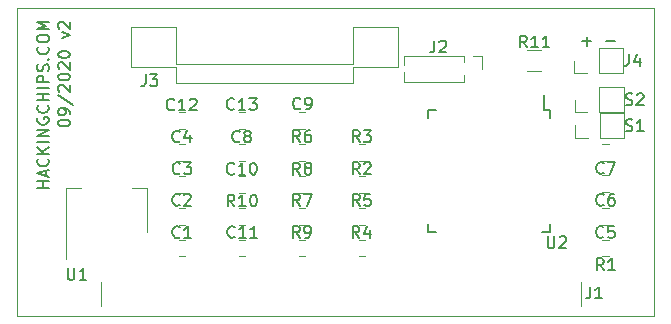
<source format=gto>
G04 #@! TF.GenerationSoftware,KiCad,Pcbnew,(5.1.6)-1*
G04 #@! TF.CreationDate,2020-10-07T22:12:15+02:00*
G04 #@! TF.ProjectId,PeugeoutTypeCDisplayHack,50657567-656f-4757-9454-797065434469,1*
G04 #@! TF.SameCoordinates,Original*
G04 #@! TF.FileFunction,Legend,Top*
G04 #@! TF.FilePolarity,Positive*
%FSLAX46Y46*%
G04 Gerber Fmt 4.6, Leading zero omitted, Abs format (unit mm)*
G04 Created by KiCad (PCBNEW (5.1.6)-1) date 2020-10-07 22:12:15*
%MOMM*%
%LPD*%
G01*
G04 APERTURE LIST*
%ADD10C,0.120000*%
%ADD11C,0.150000*%
G04 APERTURE END LIST*
D10*
X100000000Y-99000000D02*
X100000000Y-125000000D01*
D11*
X103516380Y-108743476D02*
X103516380Y-108648238D01*
X103564000Y-108553000D01*
X103611619Y-108505380D01*
X103706857Y-108457761D01*
X103897333Y-108410142D01*
X104135428Y-108410142D01*
X104325904Y-108457761D01*
X104421142Y-108505380D01*
X104468761Y-108553000D01*
X104516380Y-108648238D01*
X104516380Y-108743476D01*
X104468761Y-108838714D01*
X104421142Y-108886333D01*
X104325904Y-108933952D01*
X104135428Y-108981571D01*
X103897333Y-108981571D01*
X103706857Y-108933952D01*
X103611619Y-108886333D01*
X103564000Y-108838714D01*
X103516380Y-108743476D01*
X104516380Y-107933952D02*
X104516380Y-107743476D01*
X104468761Y-107648238D01*
X104421142Y-107600619D01*
X104278285Y-107505380D01*
X104087809Y-107457761D01*
X103706857Y-107457761D01*
X103611619Y-107505380D01*
X103564000Y-107553000D01*
X103516380Y-107648238D01*
X103516380Y-107838714D01*
X103564000Y-107933952D01*
X103611619Y-107981571D01*
X103706857Y-108029190D01*
X103944952Y-108029190D01*
X104040190Y-107981571D01*
X104087809Y-107933952D01*
X104135428Y-107838714D01*
X104135428Y-107648238D01*
X104087809Y-107553000D01*
X104040190Y-107505380D01*
X103944952Y-107457761D01*
X103468761Y-106314904D02*
X104754476Y-107172047D01*
X103611619Y-106029190D02*
X103564000Y-105981571D01*
X103516380Y-105886333D01*
X103516380Y-105648238D01*
X103564000Y-105553000D01*
X103611619Y-105505380D01*
X103706857Y-105457761D01*
X103802095Y-105457761D01*
X103944952Y-105505380D01*
X104516380Y-106076809D01*
X104516380Y-105457761D01*
X103516380Y-104838714D02*
X103516380Y-104743476D01*
X103564000Y-104648238D01*
X103611619Y-104600619D01*
X103706857Y-104553000D01*
X103897333Y-104505380D01*
X104135428Y-104505380D01*
X104325904Y-104553000D01*
X104421142Y-104600619D01*
X104468761Y-104648238D01*
X104516380Y-104743476D01*
X104516380Y-104838714D01*
X104468761Y-104933952D01*
X104421142Y-104981571D01*
X104325904Y-105029190D01*
X104135428Y-105076809D01*
X103897333Y-105076809D01*
X103706857Y-105029190D01*
X103611619Y-104981571D01*
X103564000Y-104933952D01*
X103516380Y-104838714D01*
X103611619Y-104124428D02*
X103564000Y-104076809D01*
X103516380Y-103981571D01*
X103516380Y-103743476D01*
X103564000Y-103648238D01*
X103611619Y-103600619D01*
X103706857Y-103553000D01*
X103802095Y-103553000D01*
X103944952Y-103600619D01*
X104516380Y-104172047D01*
X104516380Y-103553000D01*
X103516380Y-102933952D02*
X103516380Y-102838714D01*
X103564000Y-102743476D01*
X103611619Y-102695857D01*
X103706857Y-102648238D01*
X103897333Y-102600619D01*
X104135428Y-102600619D01*
X104325904Y-102648238D01*
X104421142Y-102695857D01*
X104468761Y-102743476D01*
X104516380Y-102838714D01*
X104516380Y-102933952D01*
X104468761Y-103029190D01*
X104421142Y-103076809D01*
X104325904Y-103124428D01*
X104135428Y-103172047D01*
X103897333Y-103172047D01*
X103706857Y-103124428D01*
X103611619Y-103076809D01*
X103564000Y-103029190D01*
X103516380Y-102933952D01*
X103849714Y-101505380D02*
X104516380Y-101267285D01*
X103849714Y-101029190D01*
X103611619Y-100695857D02*
X103564000Y-100648238D01*
X103516380Y-100553000D01*
X103516380Y-100314904D01*
X103564000Y-100219666D01*
X103611619Y-100172047D01*
X103706857Y-100124428D01*
X103802095Y-100124428D01*
X103944952Y-100172047D01*
X104516380Y-100743476D01*
X104516380Y-100124428D01*
X102738380Y-114204119D02*
X101738380Y-114204119D01*
X102214571Y-114204119D02*
X102214571Y-113632690D01*
X102738380Y-113632690D02*
X101738380Y-113632690D01*
X102452666Y-113204119D02*
X102452666Y-112727928D01*
X102738380Y-113299357D02*
X101738380Y-112966023D01*
X102738380Y-112632690D01*
X102643142Y-111727928D02*
X102690761Y-111775547D01*
X102738380Y-111918404D01*
X102738380Y-112013642D01*
X102690761Y-112156500D01*
X102595523Y-112251738D01*
X102500285Y-112299357D01*
X102309809Y-112346976D01*
X102166952Y-112346976D01*
X101976476Y-112299357D01*
X101881238Y-112251738D01*
X101786000Y-112156500D01*
X101738380Y-112013642D01*
X101738380Y-111918404D01*
X101786000Y-111775547D01*
X101833619Y-111727928D01*
X102738380Y-111299357D02*
X101738380Y-111299357D01*
X102738380Y-110727928D02*
X102166952Y-111156500D01*
X101738380Y-110727928D02*
X102309809Y-111299357D01*
X102738380Y-110299357D02*
X101738380Y-110299357D01*
X102738380Y-109823166D02*
X101738380Y-109823166D01*
X102738380Y-109251738D01*
X101738380Y-109251738D01*
X101786000Y-108251738D02*
X101738380Y-108346976D01*
X101738380Y-108489833D01*
X101786000Y-108632690D01*
X101881238Y-108727928D01*
X101976476Y-108775547D01*
X102166952Y-108823166D01*
X102309809Y-108823166D01*
X102500285Y-108775547D01*
X102595523Y-108727928D01*
X102690761Y-108632690D01*
X102738380Y-108489833D01*
X102738380Y-108394595D01*
X102690761Y-108251738D01*
X102643142Y-108204119D01*
X102309809Y-108204119D01*
X102309809Y-108394595D01*
X102643142Y-107204119D02*
X102690761Y-107251738D01*
X102738380Y-107394595D01*
X102738380Y-107489833D01*
X102690761Y-107632690D01*
X102595523Y-107727928D01*
X102500285Y-107775547D01*
X102309809Y-107823166D01*
X102166952Y-107823166D01*
X101976476Y-107775547D01*
X101881238Y-107727928D01*
X101786000Y-107632690D01*
X101738380Y-107489833D01*
X101738380Y-107394595D01*
X101786000Y-107251738D01*
X101833619Y-107204119D01*
X102738380Y-106775547D02*
X101738380Y-106775547D01*
X102214571Y-106775547D02*
X102214571Y-106204119D01*
X102738380Y-106204119D02*
X101738380Y-106204119D01*
X102738380Y-105727928D02*
X101738380Y-105727928D01*
X102738380Y-105251738D02*
X101738380Y-105251738D01*
X101738380Y-104870785D01*
X101786000Y-104775547D01*
X101833619Y-104727928D01*
X101928857Y-104680309D01*
X102071714Y-104680309D01*
X102166952Y-104727928D01*
X102214571Y-104775547D01*
X102262190Y-104870785D01*
X102262190Y-105251738D01*
X102690761Y-104299357D02*
X102738380Y-104156500D01*
X102738380Y-103918404D01*
X102690761Y-103823166D01*
X102643142Y-103775547D01*
X102547904Y-103727928D01*
X102452666Y-103727928D01*
X102357428Y-103775547D01*
X102309809Y-103823166D01*
X102262190Y-103918404D01*
X102214571Y-104108880D01*
X102166952Y-104204119D01*
X102119333Y-104251738D01*
X102024095Y-104299357D01*
X101928857Y-104299357D01*
X101833619Y-104251738D01*
X101786000Y-104204119D01*
X101738380Y-104108880D01*
X101738380Y-103870785D01*
X101786000Y-103727928D01*
X102643142Y-103299357D02*
X102690761Y-103251738D01*
X102738380Y-103299357D01*
X102690761Y-103346976D01*
X102643142Y-103299357D01*
X102738380Y-103299357D01*
X102643142Y-102251738D02*
X102690761Y-102299357D01*
X102738380Y-102442214D01*
X102738380Y-102537452D01*
X102690761Y-102680309D01*
X102595523Y-102775547D01*
X102500285Y-102823166D01*
X102309809Y-102870785D01*
X102166952Y-102870785D01*
X101976476Y-102823166D01*
X101881238Y-102775547D01*
X101786000Y-102680309D01*
X101738380Y-102537452D01*
X101738380Y-102442214D01*
X101786000Y-102299357D01*
X101833619Y-102251738D01*
X101738380Y-101632690D02*
X101738380Y-101442214D01*
X101786000Y-101346976D01*
X101881238Y-101251738D01*
X102071714Y-101204119D01*
X102405047Y-101204119D01*
X102595523Y-101251738D01*
X102690761Y-101346976D01*
X102738380Y-101442214D01*
X102738380Y-101632690D01*
X102690761Y-101727928D01*
X102595523Y-101823166D01*
X102405047Y-101870785D01*
X102071714Y-101870785D01*
X101881238Y-101823166D01*
X101786000Y-101727928D01*
X101738380Y-101632690D01*
X102738380Y-100775547D02*
X101738380Y-100775547D01*
X102452666Y-100442214D01*
X101738380Y-100108880D01*
X102738380Y-100108880D01*
X149911047Y-101766928D02*
X150672952Y-101766928D01*
X147879047Y-101766928D02*
X148640952Y-101766928D01*
X148260000Y-102147880D02*
X148260000Y-101385976D01*
D10*
X100000000Y-125000000D02*
X154000000Y-125000000D01*
X154000000Y-99000000D02*
X154000000Y-125000000D01*
X100000000Y-99000000D02*
X154000000Y-99000000D01*
X128500000Y-105307000D02*
X113500000Y-105307000D01*
X128500000Y-103697000D02*
X113500000Y-103697000D01*
X128500000Y-103697000D02*
X128500000Y-100557000D01*
X113500000Y-103697000D02*
X113500000Y-100557000D01*
X128500000Y-100557000D02*
X132300000Y-100557000D01*
X113500000Y-100557000D02*
X109700000Y-100557000D01*
X132300000Y-100557000D02*
X132300000Y-103917000D01*
X109700000Y-100557000D02*
X109700000Y-103917000D01*
X132300000Y-103917000D02*
X128500000Y-103917000D01*
X109700000Y-103917000D02*
X113500000Y-103917000D01*
X128500000Y-103917000D02*
X128500000Y-105307000D01*
X113500000Y-103917000D02*
X113500000Y-105307000D01*
X147263500Y-107772000D02*
X147263500Y-106712000D01*
X148323500Y-107772000D02*
X147263500Y-107772000D01*
X149323500Y-107772000D02*
X149323500Y-105652000D01*
X149323500Y-105652000D02*
X151383500Y-105652000D01*
X149323500Y-107772000D02*
X151383500Y-107772000D01*
X151383500Y-107772000D02*
X151383500Y-105652000D01*
X147295500Y-109931000D02*
X147295500Y-108871000D01*
X148355500Y-109931000D02*
X147295500Y-109931000D01*
X149355500Y-109931000D02*
X149355500Y-107811000D01*
X149355500Y-107811000D02*
X151415500Y-107811000D01*
X149355500Y-109931000D02*
X151415500Y-109931000D01*
X151415500Y-109931000D02*
X151415500Y-107811000D01*
X144417064Y-102500000D02*
X143212936Y-102500000D01*
X144417064Y-104320000D02*
X143212936Y-104320000D01*
X151320000Y-104470000D02*
X151320000Y-102350000D01*
X149260000Y-104470000D02*
X151320000Y-104470000D01*
X149260000Y-102350000D02*
X151320000Y-102350000D01*
X149260000Y-104470000D02*
X149260000Y-102350000D01*
X148260000Y-104470000D02*
X147200000Y-104470000D01*
X147200000Y-104470000D02*
X147200000Y-103410000D01*
X150108752Y-118575000D02*
X149586248Y-118575000D01*
X150108752Y-119995000D02*
X149586248Y-119995000D01*
X132833000Y-102998500D02*
X132833000Y-103800970D01*
X132833000Y-104416030D02*
X132833000Y-105218500D01*
X137848000Y-102998500D02*
X132833000Y-102998500D01*
X137848000Y-105218500D02*
X132833000Y-105218500D01*
X137848000Y-102998500D02*
X137848000Y-103545029D01*
X137848000Y-104671971D02*
X137848000Y-105218500D01*
X138608000Y-102998500D02*
X139368000Y-102998500D01*
X139368000Y-102998500D02*
X139368000Y-104108500D01*
X119311252Y-115876250D02*
X118788748Y-115876250D01*
X119311252Y-117296250D02*
X118788748Y-117296250D01*
X123868748Y-119995000D02*
X124391252Y-119995000D01*
X123868748Y-118575000D02*
X124391252Y-118575000D01*
X123868748Y-114597500D02*
X124391252Y-114597500D01*
X123868748Y-113177500D02*
X124391252Y-113177500D01*
X123868748Y-117296250D02*
X124391252Y-117296250D01*
X123868748Y-115876250D02*
X124391252Y-115876250D01*
X123868748Y-111898750D02*
X124391252Y-111898750D01*
X123868748Y-110478750D02*
X124391252Y-110478750D01*
X128948748Y-117296250D02*
X129471252Y-117296250D01*
X128948748Y-115876250D02*
X129471252Y-115876250D01*
X128948748Y-119995000D02*
X129471252Y-119995000D01*
X128948748Y-118575000D02*
X129471252Y-118575000D01*
X128948748Y-111898750D02*
X129471252Y-111898750D01*
X128948748Y-110478750D02*
X129471252Y-110478750D01*
X128948748Y-114597500D02*
X129471252Y-114597500D01*
X128948748Y-113177500D02*
X129471252Y-113177500D01*
X119311252Y-107780000D02*
X118788748Y-107780000D01*
X119311252Y-109200000D02*
X118788748Y-109200000D01*
X114231252Y-107780000D02*
X113708748Y-107780000D01*
X114231252Y-109200000D02*
X113708748Y-109200000D01*
X119311252Y-118575000D02*
X118788748Y-118575000D01*
X119311252Y-119995000D02*
X118788748Y-119995000D01*
X119311252Y-113177500D02*
X118788748Y-113177500D01*
X119311252Y-114597500D02*
X118788748Y-114597500D01*
X123868748Y-109200000D02*
X124391252Y-109200000D01*
X123868748Y-107780000D02*
X124391252Y-107780000D01*
X119311252Y-110478750D02*
X118788748Y-110478750D01*
X119311252Y-111898750D02*
X118788748Y-111898750D01*
X150108752Y-110510500D02*
X149586248Y-110510500D01*
X150108752Y-111930500D02*
X149586248Y-111930500D01*
X150108752Y-113114000D02*
X149586248Y-113114000D01*
X150108752Y-114534000D02*
X149586248Y-114534000D01*
X149586248Y-117296250D02*
X150108752Y-117296250D01*
X149586248Y-115876250D02*
X150108752Y-115876250D01*
X113708748Y-111898750D02*
X114231252Y-111898750D01*
X113708748Y-110478750D02*
X114231252Y-110478750D01*
X113708748Y-114597500D02*
X114231252Y-114597500D01*
X113708748Y-113177500D02*
X114231252Y-113177500D01*
X113708748Y-117296250D02*
X114231252Y-117296250D01*
X113708748Y-115876250D02*
X114231252Y-115876250D01*
X113708748Y-119995000D02*
X114231252Y-119995000D01*
X113708748Y-118575000D02*
X114231252Y-118575000D01*
X104210000Y-120210000D02*
X104210000Y-114200000D01*
X111030000Y-117960000D02*
X111030000Y-114200000D01*
X104210000Y-114200000D02*
X105470000Y-114200000D01*
X111030000Y-114200000D02*
X109770000Y-114200000D01*
X147820000Y-122190000D02*
X147820000Y-124190000D01*
X107180000Y-124190000D02*
X107180000Y-122190000D01*
D11*
X144605000Y-107569500D02*
X144605000Y-106294500D01*
X145180000Y-117919500D02*
X145180000Y-117244500D01*
X134830000Y-117919500D02*
X134830000Y-117244500D01*
X134830000Y-107569500D02*
X134830000Y-108244500D01*
X145180000Y-107569500D02*
X145180000Y-108244500D01*
X134830000Y-107569500D02*
X135505000Y-107569500D01*
X134830000Y-117919500D02*
X135505000Y-117919500D01*
X145180000Y-117919500D02*
X144505000Y-117919500D01*
X145180000Y-107569500D02*
X144605000Y-107569500D01*
X110906166Y-104576880D02*
X110906166Y-105291166D01*
X110858547Y-105434023D01*
X110763309Y-105529261D01*
X110620452Y-105576880D01*
X110525214Y-105576880D01*
X111287119Y-104576880D02*
X111906166Y-104576880D01*
X111572833Y-104957833D01*
X111715690Y-104957833D01*
X111810928Y-105005452D01*
X111858547Y-105053071D01*
X111906166Y-105148309D01*
X111906166Y-105386404D01*
X111858547Y-105481642D01*
X111810928Y-105529261D01*
X111715690Y-105576880D01*
X111429976Y-105576880D01*
X111334738Y-105529261D01*
X111287119Y-105481642D01*
X151562095Y-107142161D02*
X151704952Y-107189780D01*
X151943047Y-107189780D01*
X152038285Y-107142161D01*
X152085904Y-107094542D01*
X152133523Y-106999304D01*
X152133523Y-106904066D01*
X152085904Y-106808828D01*
X152038285Y-106761209D01*
X151943047Y-106713590D01*
X151752571Y-106665971D01*
X151657333Y-106618352D01*
X151609714Y-106570733D01*
X151562095Y-106475495D01*
X151562095Y-106380257D01*
X151609714Y-106285019D01*
X151657333Y-106237400D01*
X151752571Y-106189780D01*
X151990666Y-106189780D01*
X152133523Y-106237400D01*
X152514476Y-106285019D02*
X152562095Y-106237400D01*
X152657333Y-106189780D01*
X152895428Y-106189780D01*
X152990666Y-106237400D01*
X153038285Y-106285019D01*
X153085904Y-106380257D01*
X153085904Y-106475495D01*
X153038285Y-106618352D01*
X152466857Y-107189780D01*
X153085904Y-107189780D01*
X151562095Y-109339261D02*
X151704952Y-109386880D01*
X151943047Y-109386880D01*
X152038285Y-109339261D01*
X152085904Y-109291642D01*
X152133523Y-109196404D01*
X152133523Y-109101166D01*
X152085904Y-109005928D01*
X152038285Y-108958309D01*
X151943047Y-108910690D01*
X151752571Y-108863071D01*
X151657333Y-108815452D01*
X151609714Y-108767833D01*
X151562095Y-108672595D01*
X151562095Y-108577357D01*
X151609714Y-108482119D01*
X151657333Y-108434500D01*
X151752571Y-108386880D01*
X151990666Y-108386880D01*
X152133523Y-108434500D01*
X153085904Y-109386880D02*
X152514476Y-109386880D01*
X152800190Y-109386880D02*
X152800190Y-108386880D01*
X152704952Y-108529738D01*
X152609714Y-108624976D01*
X152514476Y-108672595D01*
X143197542Y-102287580D02*
X142864209Y-101811390D01*
X142626114Y-102287580D02*
X142626114Y-101287580D01*
X143007066Y-101287580D01*
X143102304Y-101335200D01*
X143149923Y-101382819D01*
X143197542Y-101478057D01*
X143197542Y-101620914D01*
X143149923Y-101716152D01*
X143102304Y-101763771D01*
X143007066Y-101811390D01*
X142626114Y-101811390D01*
X144149923Y-102287580D02*
X143578495Y-102287580D01*
X143864209Y-102287580D02*
X143864209Y-101287580D01*
X143768971Y-101430438D01*
X143673733Y-101525676D01*
X143578495Y-101573295D01*
X145102304Y-102287580D02*
X144530876Y-102287580D01*
X144816590Y-102287580D02*
X144816590Y-101287580D01*
X144721352Y-101430438D01*
X144626114Y-101525676D01*
X144530876Y-101573295D01*
X151838266Y-102862380D02*
X151838266Y-103576666D01*
X151790647Y-103719523D01*
X151695409Y-103814761D01*
X151552552Y-103862380D01*
X151457314Y-103862380D01*
X152743028Y-103195714D02*
X152743028Y-103862380D01*
X152504933Y-102814761D02*
X152266838Y-103529047D01*
X152885885Y-103529047D01*
X149693533Y-121159780D02*
X149360200Y-120683590D01*
X149122104Y-121159780D02*
X149122104Y-120159780D01*
X149503057Y-120159780D01*
X149598295Y-120207400D01*
X149645914Y-120255019D01*
X149693533Y-120350257D01*
X149693533Y-120493114D01*
X149645914Y-120588352D01*
X149598295Y-120635971D01*
X149503057Y-120683590D01*
X149122104Y-120683590D01*
X150645914Y-121159780D02*
X150074485Y-121159780D01*
X150360200Y-121159780D02*
X150360200Y-120159780D01*
X150264961Y-120302638D01*
X150169723Y-120397876D01*
X150074485Y-120445495D01*
X135353666Y-101719380D02*
X135353666Y-102433666D01*
X135306047Y-102576523D01*
X135210809Y-102671761D01*
X135067952Y-102719380D01*
X134972714Y-102719380D01*
X135782238Y-101814619D02*
X135829857Y-101767000D01*
X135925095Y-101719380D01*
X136163190Y-101719380D01*
X136258428Y-101767000D01*
X136306047Y-101814619D01*
X136353666Y-101909857D01*
X136353666Y-102005095D01*
X136306047Y-102147952D01*
X135734619Y-102719380D01*
X136353666Y-102719380D01*
X118432542Y-115749580D02*
X118099209Y-115273390D01*
X117861114Y-115749580D02*
X117861114Y-114749580D01*
X118242066Y-114749580D01*
X118337304Y-114797200D01*
X118384923Y-114844819D01*
X118432542Y-114940057D01*
X118432542Y-115082914D01*
X118384923Y-115178152D01*
X118337304Y-115225771D01*
X118242066Y-115273390D01*
X117861114Y-115273390D01*
X119384923Y-115749580D02*
X118813495Y-115749580D01*
X119099209Y-115749580D02*
X119099209Y-114749580D01*
X119003971Y-114892438D01*
X118908733Y-114987676D01*
X118813495Y-115035295D01*
X120003971Y-114749580D02*
X120099209Y-114749580D01*
X120194447Y-114797200D01*
X120242066Y-114844819D01*
X120289685Y-114940057D01*
X120337304Y-115130533D01*
X120337304Y-115368628D01*
X120289685Y-115559104D01*
X120242066Y-115654342D01*
X120194447Y-115701961D01*
X120099209Y-115749580D01*
X120003971Y-115749580D01*
X119908733Y-115701961D01*
X119861114Y-115654342D01*
X119813495Y-115559104D01*
X119765876Y-115368628D01*
X119765876Y-115130533D01*
X119813495Y-114940057D01*
X119861114Y-114844819D01*
X119908733Y-114797200D01*
X120003971Y-114749580D01*
X123963333Y-118416580D02*
X123630000Y-117940390D01*
X123391904Y-118416580D02*
X123391904Y-117416580D01*
X123772857Y-117416580D01*
X123868095Y-117464200D01*
X123915714Y-117511819D01*
X123963333Y-117607057D01*
X123963333Y-117749914D01*
X123915714Y-117845152D01*
X123868095Y-117892771D01*
X123772857Y-117940390D01*
X123391904Y-117940390D01*
X124439523Y-118416580D02*
X124630000Y-118416580D01*
X124725238Y-118368961D01*
X124772857Y-118321342D01*
X124868095Y-118178485D01*
X124915714Y-117988009D01*
X124915714Y-117607057D01*
X124868095Y-117511819D01*
X124820476Y-117464200D01*
X124725238Y-117416580D01*
X124534761Y-117416580D01*
X124439523Y-117464200D01*
X124391904Y-117511819D01*
X124344285Y-117607057D01*
X124344285Y-117845152D01*
X124391904Y-117940390D01*
X124439523Y-117988009D01*
X124534761Y-118035628D01*
X124725238Y-118035628D01*
X124820476Y-117988009D01*
X124868095Y-117940390D01*
X124915714Y-117845152D01*
X123988733Y-113057180D02*
X123655400Y-112580990D01*
X123417304Y-113057180D02*
X123417304Y-112057180D01*
X123798257Y-112057180D01*
X123893495Y-112104800D01*
X123941114Y-112152419D01*
X123988733Y-112247657D01*
X123988733Y-112390514D01*
X123941114Y-112485752D01*
X123893495Y-112533371D01*
X123798257Y-112580990D01*
X123417304Y-112580990D01*
X124560161Y-112485752D02*
X124464923Y-112438133D01*
X124417304Y-112390514D01*
X124369685Y-112295276D01*
X124369685Y-112247657D01*
X124417304Y-112152419D01*
X124464923Y-112104800D01*
X124560161Y-112057180D01*
X124750638Y-112057180D01*
X124845876Y-112104800D01*
X124893495Y-112152419D01*
X124941114Y-112247657D01*
X124941114Y-112295276D01*
X124893495Y-112390514D01*
X124845876Y-112438133D01*
X124750638Y-112485752D01*
X124560161Y-112485752D01*
X124464923Y-112533371D01*
X124417304Y-112580990D01*
X124369685Y-112676228D01*
X124369685Y-112866704D01*
X124417304Y-112961942D01*
X124464923Y-113009561D01*
X124560161Y-113057180D01*
X124750638Y-113057180D01*
X124845876Y-113009561D01*
X124893495Y-112961942D01*
X124941114Y-112866704D01*
X124941114Y-112676228D01*
X124893495Y-112580990D01*
X124845876Y-112533371D01*
X124750638Y-112485752D01*
X123988733Y-115724180D02*
X123655400Y-115247990D01*
X123417304Y-115724180D02*
X123417304Y-114724180D01*
X123798257Y-114724180D01*
X123893495Y-114771800D01*
X123941114Y-114819419D01*
X123988733Y-114914657D01*
X123988733Y-115057514D01*
X123941114Y-115152752D01*
X123893495Y-115200371D01*
X123798257Y-115247990D01*
X123417304Y-115247990D01*
X124322066Y-114724180D02*
X124988733Y-114724180D01*
X124560161Y-115724180D01*
X123988733Y-110313980D02*
X123655400Y-109837790D01*
X123417304Y-110313980D02*
X123417304Y-109313980D01*
X123798257Y-109313980D01*
X123893495Y-109361600D01*
X123941114Y-109409219D01*
X123988733Y-109504457D01*
X123988733Y-109647314D01*
X123941114Y-109742552D01*
X123893495Y-109790171D01*
X123798257Y-109837790D01*
X123417304Y-109837790D01*
X124845876Y-109313980D02*
X124655400Y-109313980D01*
X124560161Y-109361600D01*
X124512542Y-109409219D01*
X124417304Y-109552076D01*
X124369685Y-109742552D01*
X124369685Y-110123504D01*
X124417304Y-110218742D01*
X124464923Y-110266361D01*
X124560161Y-110313980D01*
X124750638Y-110313980D01*
X124845876Y-110266361D01*
X124893495Y-110218742D01*
X124941114Y-110123504D01*
X124941114Y-109885409D01*
X124893495Y-109790171D01*
X124845876Y-109742552D01*
X124750638Y-109694933D01*
X124560161Y-109694933D01*
X124464923Y-109742552D01*
X124417304Y-109790171D01*
X124369685Y-109885409D01*
X129043333Y-115724180D02*
X128710000Y-115247990D01*
X128471904Y-115724180D02*
X128471904Y-114724180D01*
X128852857Y-114724180D01*
X128948095Y-114771800D01*
X128995714Y-114819419D01*
X129043333Y-114914657D01*
X129043333Y-115057514D01*
X128995714Y-115152752D01*
X128948095Y-115200371D01*
X128852857Y-115247990D01*
X128471904Y-115247990D01*
X129948095Y-114724180D02*
X129471904Y-114724180D01*
X129424285Y-115200371D01*
X129471904Y-115152752D01*
X129567142Y-115105133D01*
X129805238Y-115105133D01*
X129900476Y-115152752D01*
X129948095Y-115200371D01*
X129995714Y-115295609D01*
X129995714Y-115533704D01*
X129948095Y-115628942D01*
X129900476Y-115676561D01*
X129805238Y-115724180D01*
X129567142Y-115724180D01*
X129471904Y-115676561D01*
X129424285Y-115628942D01*
X129017933Y-118441980D02*
X128684600Y-117965790D01*
X128446504Y-118441980D02*
X128446504Y-117441980D01*
X128827457Y-117441980D01*
X128922695Y-117489600D01*
X128970314Y-117537219D01*
X129017933Y-117632457D01*
X129017933Y-117775314D01*
X128970314Y-117870552D01*
X128922695Y-117918171D01*
X128827457Y-117965790D01*
X128446504Y-117965790D01*
X129875076Y-117775314D02*
X129875076Y-118441980D01*
X129636980Y-117394361D02*
X129398885Y-118108647D01*
X130017933Y-118108647D01*
X129043333Y-110313980D02*
X128710000Y-109837790D01*
X128471904Y-110313980D02*
X128471904Y-109313980D01*
X128852857Y-109313980D01*
X128948095Y-109361600D01*
X128995714Y-109409219D01*
X129043333Y-109504457D01*
X129043333Y-109647314D01*
X128995714Y-109742552D01*
X128948095Y-109790171D01*
X128852857Y-109837790D01*
X128471904Y-109837790D01*
X129376666Y-109313980D02*
X129995714Y-109313980D01*
X129662380Y-109694933D01*
X129805238Y-109694933D01*
X129900476Y-109742552D01*
X129948095Y-109790171D01*
X129995714Y-109885409D01*
X129995714Y-110123504D01*
X129948095Y-110218742D01*
X129900476Y-110266361D01*
X129805238Y-110313980D01*
X129519523Y-110313980D01*
X129424285Y-110266361D01*
X129376666Y-110218742D01*
X129043333Y-113031780D02*
X128710000Y-112555590D01*
X128471904Y-113031780D02*
X128471904Y-112031780D01*
X128852857Y-112031780D01*
X128948095Y-112079400D01*
X128995714Y-112127019D01*
X129043333Y-112222257D01*
X129043333Y-112365114D01*
X128995714Y-112460352D01*
X128948095Y-112507971D01*
X128852857Y-112555590D01*
X128471904Y-112555590D01*
X129424285Y-112127019D02*
X129471904Y-112079400D01*
X129567142Y-112031780D01*
X129805238Y-112031780D01*
X129900476Y-112079400D01*
X129948095Y-112127019D01*
X129995714Y-112222257D01*
X129995714Y-112317495D01*
X129948095Y-112460352D01*
X129376666Y-113031780D01*
X129995714Y-113031780D01*
X118407142Y-107500942D02*
X118359523Y-107548561D01*
X118216666Y-107596180D01*
X118121428Y-107596180D01*
X117978571Y-107548561D01*
X117883333Y-107453323D01*
X117835714Y-107358085D01*
X117788095Y-107167609D01*
X117788095Y-107024752D01*
X117835714Y-106834276D01*
X117883333Y-106739038D01*
X117978571Y-106643800D01*
X118121428Y-106596180D01*
X118216666Y-106596180D01*
X118359523Y-106643800D01*
X118407142Y-106691419D01*
X119359523Y-107596180D02*
X118788095Y-107596180D01*
X119073809Y-107596180D02*
X119073809Y-106596180D01*
X118978571Y-106739038D01*
X118883333Y-106834276D01*
X118788095Y-106881895D01*
X119692857Y-106596180D02*
X120311904Y-106596180D01*
X119978571Y-106977133D01*
X120121428Y-106977133D01*
X120216666Y-107024752D01*
X120264285Y-107072371D01*
X120311904Y-107167609D01*
X120311904Y-107405704D01*
X120264285Y-107500942D01*
X120216666Y-107548561D01*
X120121428Y-107596180D01*
X119835714Y-107596180D01*
X119740476Y-107548561D01*
X119692857Y-107500942D01*
X113327142Y-107526342D02*
X113279523Y-107573961D01*
X113136666Y-107621580D01*
X113041428Y-107621580D01*
X112898571Y-107573961D01*
X112803333Y-107478723D01*
X112755714Y-107383485D01*
X112708095Y-107193009D01*
X112708095Y-107050152D01*
X112755714Y-106859676D01*
X112803333Y-106764438D01*
X112898571Y-106669200D01*
X113041428Y-106621580D01*
X113136666Y-106621580D01*
X113279523Y-106669200D01*
X113327142Y-106716819D01*
X114279523Y-107621580D02*
X113708095Y-107621580D01*
X113993809Y-107621580D02*
X113993809Y-106621580D01*
X113898571Y-106764438D01*
X113803333Y-106859676D01*
X113708095Y-106907295D01*
X114660476Y-106716819D02*
X114708095Y-106669200D01*
X114803333Y-106621580D01*
X115041428Y-106621580D01*
X115136666Y-106669200D01*
X115184285Y-106716819D01*
X115231904Y-106812057D01*
X115231904Y-106907295D01*
X115184285Y-107050152D01*
X114612857Y-107621580D01*
X115231904Y-107621580D01*
X118457942Y-118321342D02*
X118410323Y-118368961D01*
X118267466Y-118416580D01*
X118172228Y-118416580D01*
X118029371Y-118368961D01*
X117934133Y-118273723D01*
X117886514Y-118178485D01*
X117838895Y-117988009D01*
X117838895Y-117845152D01*
X117886514Y-117654676D01*
X117934133Y-117559438D01*
X118029371Y-117464200D01*
X118172228Y-117416580D01*
X118267466Y-117416580D01*
X118410323Y-117464200D01*
X118457942Y-117511819D01*
X119410323Y-118416580D02*
X118838895Y-118416580D01*
X119124609Y-118416580D02*
X119124609Y-117416580D01*
X119029371Y-117559438D01*
X118934133Y-117654676D01*
X118838895Y-117702295D01*
X120362704Y-118416580D02*
X119791276Y-118416580D01*
X120076990Y-118416580D02*
X120076990Y-117416580D01*
X119981752Y-117559438D01*
X119886514Y-117654676D01*
X119791276Y-117702295D01*
X118407142Y-112961942D02*
X118359523Y-113009561D01*
X118216666Y-113057180D01*
X118121428Y-113057180D01*
X117978571Y-113009561D01*
X117883333Y-112914323D01*
X117835714Y-112819085D01*
X117788095Y-112628609D01*
X117788095Y-112485752D01*
X117835714Y-112295276D01*
X117883333Y-112200038D01*
X117978571Y-112104800D01*
X118121428Y-112057180D01*
X118216666Y-112057180D01*
X118359523Y-112104800D01*
X118407142Y-112152419D01*
X119359523Y-113057180D02*
X118788095Y-113057180D01*
X119073809Y-113057180D02*
X119073809Y-112057180D01*
X118978571Y-112200038D01*
X118883333Y-112295276D01*
X118788095Y-112342895D01*
X119978571Y-112057180D02*
X120073809Y-112057180D01*
X120169047Y-112104800D01*
X120216666Y-112152419D01*
X120264285Y-112247657D01*
X120311904Y-112438133D01*
X120311904Y-112676228D01*
X120264285Y-112866704D01*
X120216666Y-112961942D01*
X120169047Y-113009561D01*
X120073809Y-113057180D01*
X119978571Y-113057180D01*
X119883333Y-113009561D01*
X119835714Y-112961942D01*
X119788095Y-112866704D01*
X119740476Y-112676228D01*
X119740476Y-112438133D01*
X119788095Y-112247657D01*
X119835714Y-112152419D01*
X119883333Y-112104800D01*
X119978571Y-112057180D01*
X124014133Y-107450142D02*
X123966514Y-107497761D01*
X123823657Y-107545380D01*
X123728419Y-107545380D01*
X123585561Y-107497761D01*
X123490323Y-107402523D01*
X123442704Y-107307285D01*
X123395085Y-107116809D01*
X123395085Y-106973952D01*
X123442704Y-106783476D01*
X123490323Y-106688238D01*
X123585561Y-106593000D01*
X123728419Y-106545380D01*
X123823657Y-106545380D01*
X123966514Y-106593000D01*
X124014133Y-106640619D01*
X124490323Y-107545380D02*
X124680800Y-107545380D01*
X124776038Y-107497761D01*
X124823657Y-107450142D01*
X124918895Y-107307285D01*
X124966514Y-107116809D01*
X124966514Y-106735857D01*
X124918895Y-106640619D01*
X124871276Y-106593000D01*
X124776038Y-106545380D01*
X124585561Y-106545380D01*
X124490323Y-106593000D01*
X124442704Y-106640619D01*
X124395085Y-106735857D01*
X124395085Y-106973952D01*
X124442704Y-107069190D01*
X124490323Y-107116809D01*
X124585561Y-107164428D01*
X124776038Y-107164428D01*
X124871276Y-107116809D01*
X124918895Y-107069190D01*
X124966514Y-106973952D01*
X118883333Y-110244142D02*
X118835714Y-110291761D01*
X118692857Y-110339380D01*
X118597619Y-110339380D01*
X118454761Y-110291761D01*
X118359523Y-110196523D01*
X118311904Y-110101285D01*
X118264285Y-109910809D01*
X118264285Y-109767952D01*
X118311904Y-109577476D01*
X118359523Y-109482238D01*
X118454761Y-109387000D01*
X118597619Y-109339380D01*
X118692857Y-109339380D01*
X118835714Y-109387000D01*
X118883333Y-109434619D01*
X119454761Y-109767952D02*
X119359523Y-109720333D01*
X119311904Y-109672714D01*
X119264285Y-109577476D01*
X119264285Y-109529857D01*
X119311904Y-109434619D01*
X119359523Y-109387000D01*
X119454761Y-109339380D01*
X119645238Y-109339380D01*
X119740476Y-109387000D01*
X119788095Y-109434619D01*
X119835714Y-109529857D01*
X119835714Y-109577476D01*
X119788095Y-109672714D01*
X119740476Y-109720333D01*
X119645238Y-109767952D01*
X119454761Y-109767952D01*
X119359523Y-109815571D01*
X119311904Y-109863190D01*
X119264285Y-109958428D01*
X119264285Y-110148904D01*
X119311904Y-110244142D01*
X119359523Y-110291761D01*
X119454761Y-110339380D01*
X119645238Y-110339380D01*
X119740476Y-110291761D01*
X119788095Y-110244142D01*
X119835714Y-110148904D01*
X119835714Y-109958428D01*
X119788095Y-109863190D01*
X119740476Y-109815571D01*
X119645238Y-109767952D01*
X149693533Y-112911142D02*
X149645914Y-112958761D01*
X149503057Y-113006380D01*
X149407819Y-113006380D01*
X149264961Y-112958761D01*
X149169723Y-112863523D01*
X149122104Y-112768285D01*
X149074485Y-112577809D01*
X149074485Y-112434952D01*
X149122104Y-112244476D01*
X149169723Y-112149238D01*
X149264961Y-112054000D01*
X149407819Y-112006380D01*
X149503057Y-112006380D01*
X149645914Y-112054000D01*
X149693533Y-112101619D01*
X150026866Y-112006380D02*
X150693533Y-112006380D01*
X150264961Y-113006380D01*
X149693533Y-115603542D02*
X149645914Y-115651161D01*
X149503057Y-115698780D01*
X149407819Y-115698780D01*
X149264961Y-115651161D01*
X149169723Y-115555923D01*
X149122104Y-115460685D01*
X149074485Y-115270209D01*
X149074485Y-115127352D01*
X149122104Y-114936876D01*
X149169723Y-114841638D01*
X149264961Y-114746400D01*
X149407819Y-114698780D01*
X149503057Y-114698780D01*
X149645914Y-114746400D01*
X149693533Y-114794019D01*
X150550676Y-114698780D02*
X150360200Y-114698780D01*
X150264961Y-114746400D01*
X150217342Y-114794019D01*
X150122104Y-114936876D01*
X150074485Y-115127352D01*
X150074485Y-115508304D01*
X150122104Y-115603542D01*
X150169723Y-115651161D01*
X150264961Y-115698780D01*
X150455438Y-115698780D01*
X150550676Y-115651161D01*
X150598295Y-115603542D01*
X150645914Y-115508304D01*
X150645914Y-115270209D01*
X150598295Y-115174971D01*
X150550676Y-115127352D01*
X150455438Y-115079733D01*
X150264961Y-115079733D01*
X150169723Y-115127352D01*
X150122104Y-115174971D01*
X150074485Y-115270209D01*
X149668133Y-118321342D02*
X149620514Y-118368961D01*
X149477657Y-118416580D01*
X149382419Y-118416580D01*
X149239561Y-118368961D01*
X149144323Y-118273723D01*
X149096704Y-118178485D01*
X149049085Y-117988009D01*
X149049085Y-117845152D01*
X149096704Y-117654676D01*
X149144323Y-117559438D01*
X149239561Y-117464200D01*
X149382419Y-117416580D01*
X149477657Y-117416580D01*
X149620514Y-117464200D01*
X149668133Y-117511819D01*
X150572895Y-117416580D02*
X150096704Y-117416580D01*
X150049085Y-117892771D01*
X150096704Y-117845152D01*
X150191942Y-117797533D01*
X150430038Y-117797533D01*
X150525276Y-117845152D01*
X150572895Y-117892771D01*
X150620514Y-117988009D01*
X150620514Y-118226104D01*
X150572895Y-118321342D01*
X150525276Y-118368961D01*
X150430038Y-118416580D01*
X150191942Y-118416580D01*
X150096704Y-118368961D01*
X150049085Y-118321342D01*
X113803333Y-110244142D02*
X113755714Y-110291761D01*
X113612857Y-110339380D01*
X113517619Y-110339380D01*
X113374761Y-110291761D01*
X113279523Y-110196523D01*
X113231904Y-110101285D01*
X113184285Y-109910809D01*
X113184285Y-109767952D01*
X113231904Y-109577476D01*
X113279523Y-109482238D01*
X113374761Y-109387000D01*
X113517619Y-109339380D01*
X113612857Y-109339380D01*
X113755714Y-109387000D01*
X113803333Y-109434619D01*
X114660476Y-109672714D02*
X114660476Y-110339380D01*
X114422380Y-109291761D02*
X114184285Y-110006047D01*
X114803333Y-110006047D01*
X113828733Y-112936542D02*
X113781114Y-112984161D01*
X113638257Y-113031780D01*
X113543019Y-113031780D01*
X113400161Y-112984161D01*
X113304923Y-112888923D01*
X113257304Y-112793685D01*
X113209685Y-112603209D01*
X113209685Y-112460352D01*
X113257304Y-112269876D01*
X113304923Y-112174638D01*
X113400161Y-112079400D01*
X113543019Y-112031780D01*
X113638257Y-112031780D01*
X113781114Y-112079400D01*
X113828733Y-112127019D01*
X114162066Y-112031780D02*
X114781114Y-112031780D01*
X114447780Y-112412733D01*
X114590638Y-112412733D01*
X114685876Y-112460352D01*
X114733495Y-112507971D01*
X114781114Y-112603209D01*
X114781114Y-112841304D01*
X114733495Y-112936542D01*
X114685876Y-112984161D01*
X114590638Y-113031780D01*
X114304923Y-113031780D01*
X114209685Y-112984161D01*
X114162066Y-112936542D01*
X113803333Y-115603542D02*
X113755714Y-115651161D01*
X113612857Y-115698780D01*
X113517619Y-115698780D01*
X113374761Y-115651161D01*
X113279523Y-115555923D01*
X113231904Y-115460685D01*
X113184285Y-115270209D01*
X113184285Y-115127352D01*
X113231904Y-114936876D01*
X113279523Y-114841638D01*
X113374761Y-114746400D01*
X113517619Y-114698780D01*
X113612857Y-114698780D01*
X113755714Y-114746400D01*
X113803333Y-114794019D01*
X114184285Y-114794019D02*
X114231904Y-114746400D01*
X114327142Y-114698780D01*
X114565238Y-114698780D01*
X114660476Y-114746400D01*
X114708095Y-114794019D01*
X114755714Y-114889257D01*
X114755714Y-114984495D01*
X114708095Y-115127352D01*
X114136666Y-115698780D01*
X114755714Y-115698780D01*
X113803333Y-118346742D02*
X113755714Y-118394361D01*
X113612857Y-118441980D01*
X113517619Y-118441980D01*
X113374761Y-118394361D01*
X113279523Y-118299123D01*
X113231904Y-118203885D01*
X113184285Y-118013409D01*
X113184285Y-117870552D01*
X113231904Y-117680076D01*
X113279523Y-117584838D01*
X113374761Y-117489600D01*
X113517619Y-117441980D01*
X113612857Y-117441980D01*
X113755714Y-117489600D01*
X113803333Y-117537219D01*
X114755714Y-118441980D02*
X114184285Y-118441980D01*
X114470000Y-118441980D02*
X114470000Y-117441980D01*
X114374761Y-117584838D01*
X114279523Y-117680076D01*
X114184285Y-117727695D01*
X104318095Y-120959880D02*
X104318095Y-121769404D01*
X104365714Y-121864642D01*
X104413333Y-121912261D01*
X104508571Y-121959880D01*
X104699047Y-121959880D01*
X104794285Y-121912261D01*
X104841904Y-121864642D01*
X104889523Y-121769404D01*
X104889523Y-120959880D01*
X105889523Y-121959880D02*
X105318095Y-121959880D01*
X105603809Y-121959880D02*
X105603809Y-120959880D01*
X105508571Y-121102738D01*
X105413333Y-121197976D01*
X105318095Y-121245595D01*
X148561666Y-122547380D02*
X148561666Y-123261666D01*
X148514047Y-123404523D01*
X148418809Y-123499761D01*
X148275952Y-123547380D01*
X148180714Y-123547380D01*
X149561666Y-123547380D02*
X148990238Y-123547380D01*
X149275952Y-123547380D02*
X149275952Y-122547380D01*
X149180714Y-122690238D01*
X149085476Y-122785476D01*
X148990238Y-122833095D01*
X144958095Y-118292880D02*
X144958095Y-119102404D01*
X145005714Y-119197642D01*
X145053333Y-119245261D01*
X145148571Y-119292880D01*
X145339047Y-119292880D01*
X145434285Y-119245261D01*
X145481904Y-119197642D01*
X145529523Y-119102404D01*
X145529523Y-118292880D01*
X145958095Y-118388119D02*
X146005714Y-118340500D01*
X146100952Y-118292880D01*
X146339047Y-118292880D01*
X146434285Y-118340500D01*
X146481904Y-118388119D01*
X146529523Y-118483357D01*
X146529523Y-118578595D01*
X146481904Y-118721452D01*
X145910476Y-119292880D01*
X146529523Y-119292880D01*
M02*

</source>
